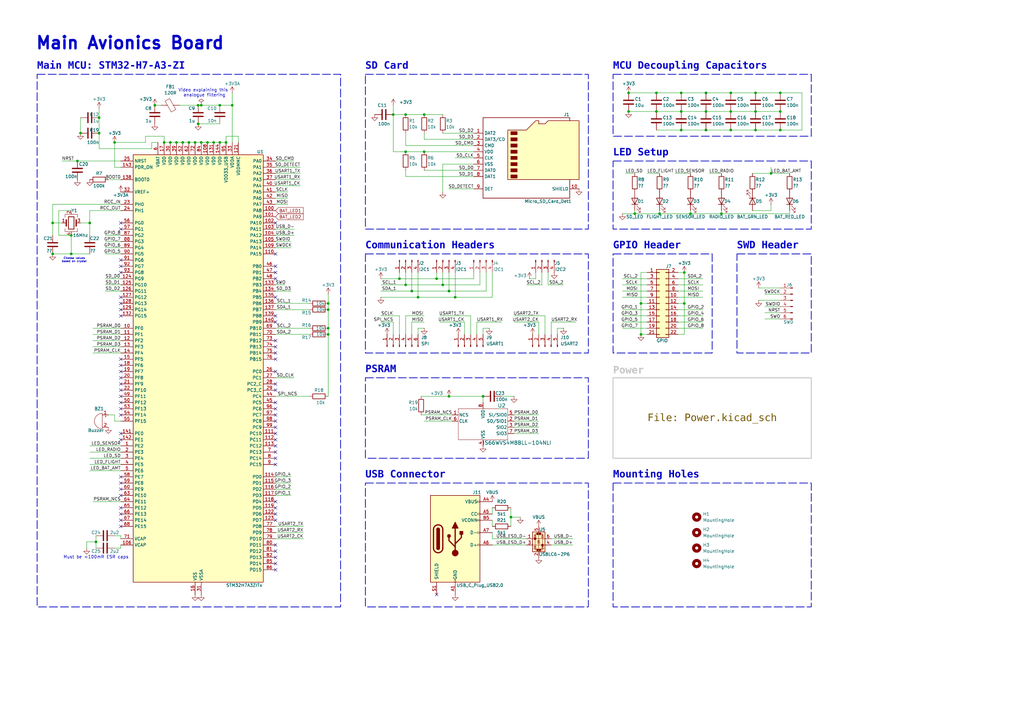
<source format=kicad_sch>
(kicad_sch (version 20231120) (generator "eeschema") (generator_version "8.0")
  (paper "A3")
  (title_block (title "TRT Main Board") (date "2024-07-11") (rev "0.1") (company "Terrapin Rocket Team"))
  (junction (at 184.15 119.38))
  (junction (at 33.02 54.61))
  (junction (at 171.45 121.92))
  (junction (at 74.93 58.42))
  (junction (at 81.28 50.8))
  (junction (at 40.64 54.61))
  (junction (at 82.55 58.42))
  (junction (at 87.63 58.42))
  (junction (at 95.25 43.18))
  (junction (at 295.91 87.63))
  (junction (at 90.17 43.18))
  (junction (at 209.55 212.09))
  (junction (at 269.24 38.1))
  (junction (at 280.67 111.76))
  (junction (at 39.37 222.25))
  (junction (at 134.62 127))
  (junction (at 186.69 121.92))
  (junction (at 166.37 116.84))
  (junction (at 29.21 96.52))
  (junction (at 72.39 58.42))
  (junction (at 257.81 45.72))
  (junction (at 299.72 53.34))
  (junction (at 29.21 104.14))
  (junction (at 309.88 45.72))
  (junction (at 283.21 87.63))
  (junction (at 36.83 91.44))
  (junction (at 309.88 53.34))
  (junction (at 181.61 116.84))
  (junction (at 31.75 66.04))
  (junction (at 166.37 62.23))
  (junction (at 184.15 162.56))
  (junction (at 179.07 114.3))
  (junction (at 320.04 45.72))
  (junction (at 69.85 58.42))
  (junction (at 173.99 46.99))
  (junction (at 161.29 46.99))
  (junction (at 269.24 45.72))
  (junction (at 260.35 87.63))
  (junction (at 299.72 38.1))
  (junction (at 67.31 58.42))
  (junction (at 279.4 53.34))
  (junction (at 309.88 38.1))
  (junction (at 134.62 137.16))
  (junction (at 316.23 71.12))
  (junction (at 270.51 87.63))
  (junction (at 320.04 38.1))
  (junction (at 90.17 58.42))
  (junction (at 257.81 38.1))
  (junction (at 134.62 124.46))
  (junction (at 92.71 58.42))
  (junction (at 163.83 114.3))
  (junction (at 289.56 53.34))
  (junction (at 46.99 58.42))
  (junction (at 168.91 119.38))
  (junction (at 81.28 43.18))
  (junction (at 85.09 58.42))
  (junction (at 166.37 46.99))
  (junction (at 299.72 45.72))
  (junction (at 279.4 45.72))
  (junction (at 21.59 91.44))
  (junction (at 173.99 62.23))
  (junction (at 82.55 43.18))
  (junction (at 289.56 38.1))
  (junction (at 280.67 124.46))
  (junction (at 320.04 53.34))
  (junction (at 21.59 104.14))
  (junction (at 63.5 43.18))
  (junction (at 77.47 58.42))
  (junction (at 262.89 137.16))
  (junction (at 289.56 45.72))
  (junction (at 262.89 124.46))
  (junction (at 198.12 162.56))
  (junction (at 40.64 48.26))
  (junction (at 279.4 38.1))
  (junction (at 80.01 58.42))
  (junction (at 134.62 134.62))
  (no_connect (at 49.53 213.36))
  (no_connect (at 113.03 111.76))
  (no_connect (at 49.53 152.4))
  (no_connect (at 113.03 152.4))
  (no_connect (at 113.03 172.72))
  (no_connect (at 113.03 185.42))
  (no_connect (at 49.53 127))
  (no_connect (at 113.03 104.14))
  (no_connect (at 49.53 210.82))
  (no_connect (at 113.03 223.52))
  (no_connect (at 49.53 154.94))
  (no_connect (at 49.53 162.56))
  (no_connect (at 113.03 233.68))
  (no_connect (at 113.03 226.06))
  (no_connect (at 113.03 142.24))
  (no_connect (at 113.03 129.54))
  (no_connect (at 49.53 170.18))
  (no_connect (at 113.03 144.78))
  (no_connect (at 113.03 210.82))
  (no_connect (at 113.03 165.1))
  (no_connect (at 113.03 208.28))
  (no_connect (at 49.53 167.64))
  (no_connect (at 113.03 213.36))
  (no_connect (at 113.03 177.8))
  (no_connect (at 113.03 160.02))
  (no_connect (at 49.53 157.48))
  (no_connect (at 49.53 195.58))
  (no_connect (at 49.53 149.86))
  (no_connect (at 49.53 93.98))
  (no_connect (at 113.03 175.26))
  (no_connect (at 49.53 208.28))
  (no_connect (at 113.03 228.6))
  (no_connect (at 49.53 177.8))
  (no_connect (at 113.03 180.34))
  (no_connect (at 113.03 114.3))
  (no_connect (at 113.03 187.96))
  (no_connect (at 113.03 109.22))
  (no_connect (at 113.03 182.88))
  (no_connect (at 49.53 121.92))
  (no_connect (at 113.03 147.32))
  (no_connect (at 49.53 200.66))
  (no_connect (at 113.03 139.7))
  (no_connect (at 49.53 147.32))
  (no_connect (at 49.53 129.54))
  (no_connect (at 49.53 106.68))
  (no_connect (at 49.53 160.02))
  (no_connect (at 113.03 157.48))
  (no_connect (at 49.53 165.1))
  (no_connect (at 49.53 124.46))
  (no_connect (at 49.53 198.12))
  (no_connect (at 113.03 132.08))
  (no_connect (at 113.03 231.14))
  (no_connect (at 113.03 205.74))
  (no_connect (at 113.03 167.64))
  (no_connect (at 113.03 170.18))
  (no_connect (at 49.53 203.2))
  (no_connect (at 113.03 190.5))
  (no_connect (at 113.03 121.92))
  (no_connect (at 49.53 91.44))
  (no_connect (at 179.07 243.84))
  (no_connect (at 49.53 215.9))
  (no_connect (at 49.53 180.34))
  (no_connect (at 49.53 109.22))
  (no_connect (at 49.53 111.76))
  (no_connect (at 113.03 91.44))
  (wire (pts (xy 210.82 177.8) (xy 220.98 177.8)))
  (wire (pts (xy 299.72 38.1) (xy 309.88 38.1)))
  (wire (pts (xy 81.28 50.8) (xy 90.17 50.8)))
  (wire (pts (xy 220.98 137.16) (xy 220.98 132.08)))
  (wire (pts (xy 201.93 215.9) (xy 201.93 213.36)))
  (wire (pts (xy 210.82 132.08) (xy 220.98 132.08)))
  (wire (pts (xy 166.37 137.16) (xy 166.37 129.54)))
  (wire (pts (xy 67.31 58.42) (xy 69.85 58.42)))
  (wire (pts (xy 276.86 71.12) (xy 283.21 71.12)))
  (wire (pts (xy 168.91 111.76) (xy 168.91 119.38)))
  (wire (pts (xy 67.31 55.88) (xy 59.69 55.88)))
  (wire (pts (xy 29.21 96.52) (xy 29.21 104.14)))
  (wire (pts (xy 95.25 38.1) (xy 95.25 43.18)))
  (wire (pts (xy 171.45 121.92) (xy 186.69 121.92)))
  (wire (pts (xy 313.69 128.27) (xy 320.04 128.27)))
  (wire (pts (xy 134.62 134.62) (xy 134.62 137.16)))
  (wire (pts (xy 156.21 129.54) (xy 163.83 129.54)))
  (wire (pts (xy 270.51 87.63) (xy 283.21 87.63)))
  (wire (pts (xy 173.99 69.85) (xy 194.31 69.85)))
  (wire (pts (xy 265.43 71.12) (xy 270.51 71.12)))
  (wire (pts (xy 36.83 193.04) (xy 49.53 193.04)))
  (wire (pts (xy 186.69 121.92) (xy 201.93 121.92)))
  (wire (pts (xy 181.61 111.76) (xy 181.61 116.84)))
  (wire (pts (xy 172.72 162.56) (xy 184.15 162.56)))
  (wire (pts (xy 289.56 38.1) (xy 299.72 38.1)))
  (wire (pts (xy 82.55 58.42) (xy 85.09 58.42)))
  (wire (pts (xy 38.1 144.78) (xy 49.53 144.78)))
  (wire (pts (xy 223.52 137.16) (xy 223.52 129.54)))
  (wire (pts (xy 36.83 190.5) (xy 49.53 190.5)))
  (wire (pts (xy 255.27 121.92) (xy 265.43 121.92)))
  (wire (pts (xy 255.27 129.54) (xy 265.43 129.54)))
  (wire (pts (xy 113.03 124.46) (xy 127 124.46)))
  (wire (pts (xy 173.99 46.99) (xy 181.61 46.99)))
  (wire (pts (xy 313.69 125.73) (xy 320.04 125.73)))
  (wire (pts (xy 172.72 170.18) (xy 185.42 170.18)))
  (wire (pts (xy 201.93 208.28) (xy 201.93 210.82)))
  (wire (pts (xy 186.69 111.76) (xy 186.69 121.92)))
  (wire (pts (xy 92.71 55.88) (xy 92.71 58.42)))
  (wire (pts (xy 36.83 187.96) (xy 49.53 187.96)))
  (wire (pts (xy 113.03 195.58) (xy 119.38 195.58)))
  (wire (pts (xy 311.15 123.19) (xy 320.04 123.19)))
  (wire (pts (xy 269.24 38.1) (xy 279.4 38.1)))
  (wire (pts (xy 328.93 38.1) (xy 328.93 53.34)))
  (wire (pts (xy 166.37 46.99) (xy 173.99 46.99)))
  (wire (pts (xy 168.91 132.08) (xy 173.99 132.08)))
  (wire (pts (xy 43.18 96.52) (xy 49.53 96.52)))
  (wire (pts (xy 290.83 71.12) (xy 295.91 71.12)))
  (wire (pts (xy 280.67 111.76) (xy 280.67 124.46)))
  (wire (pts (xy 309.88 38.1) (xy 320.04 38.1)))
  (wire (pts (xy 228.6 134.62) (xy 231.14 134.62)))
  (wire (pts (xy 113.03 78.74) (xy 118.11 78.74)))
  (wire (pts (xy 194.31 111.76) (xy 194.31 114.3)))
  (wire (pts (xy 179.07 114.3) (xy 194.31 114.3)))
  (wire (pts (xy 184.15 119.38) (xy 184.15 111.76)))
  (wire (pts (xy 24.13 86.36) (xy 24.13 96.52)))
  (wire (pts (xy 316.23 71.12) (xy 323.85 71.12)))
  (wire (pts (xy 43.18 104.14) (xy 49.53 104.14)))
  (wire (pts (xy 226.06 223.52) (xy 234.95 223.52)))
  (wire (pts (xy 228.6 137.16) (xy 228.6 134.62)))
  (wire (pts (xy 181.61 78.74) (xy 181.61 67.31)))
  (wire (pts (xy 40.64 48.26) (xy 40.64 54.61)))
  (wire (pts (xy 210.82 129.54) (xy 223.52 129.54)))
  (wire (pts (xy 44.45 73.66) (xy 49.53 73.66)))
  (wire (pts (xy 280.67 124.46) (xy 280.67 137.16)))
  (wire (pts (xy 196.85 111.76) (xy 196.85 116.84)))
  (wire (pts (xy 209.55 212.09) (xy 213.36 212.09)))
  (wire (pts (xy 260.35 71.12) (xy 256.54 71.12)))
  (wire (pts (xy 179.07 111.76) (xy 179.07 114.3)))
  (wire (pts (xy 113.03 73.66) (xy 123.19 73.66)))
  (wire (pts (xy 43.18 114.3) (xy 49.53 114.3)))
  (wire (pts (xy 113.03 127) (xy 127 127)))
  (wire (pts (xy 289.56 45.72) (xy 299.72 45.72)))
  (wire (pts (xy 309.88 45.72) (xy 320.04 45.72)))
  (wire (pts (xy 85.09 58.42) (xy 87.63 58.42)))
  (wire (pts (xy 279.4 38.1) (xy 289.56 38.1)))
  (wire (pts (xy 168.91 137.16) (xy 168.91 132.08)))
  (wire (pts (xy 62.23 58.42) (xy 62.23 60.96)))
  (wire (pts (xy 38.1 142.24) (xy 49.53 142.24)))
  (wire (pts (xy 134.62 127) (xy 134.62 134.62)))
  (wire (pts (xy 184.15 119.38) (xy 199.39 119.38)))
  (wire (pts (xy 180.34 129.54) (xy 193.04 129.54)))
  (wire (pts (xy 87.63 58.42) (xy 90.17 58.42)))
  (wire (pts (xy 80.01 58.42) (xy 82.55 58.42)))
  (wire (pts (xy 184.15 77.47) (xy 194.31 77.47)))
  (wire (pts (xy 168.91 119.38) (xy 184.15 119.38)))
  (wire (pts (xy 166.37 129.54) (xy 173.99 129.54)))
  (wire (pts (xy 113.03 198.12) (xy 119.38 198.12)))
  (wire (pts (xy 113.03 101.6) (xy 119.38 101.6)))
  (wire (pts (xy 36.83 185.42) (xy 49.53 185.42)))
  (wire (pts (xy 265.43 111.76) (xy 262.89 111.76)))
  (wire (pts (xy 166.37 116.84) (xy 181.61 116.84)))
  (wire (pts (xy 21.59 91.44) (xy 21.59 96.52)))
  (wire (pts (xy 33.02 48.26) (xy 33.02 54.61)))
  (wire (pts (xy 156.21 114.3) (xy 163.83 114.3)))
  (wire (pts (xy 260.35 87.63) (xy 260.35 86.36)))
  (wire (pts (xy 171.45 134.62) (xy 171.45 137.16)))
  (wire (pts (xy 113.03 119.38) (xy 119.38 119.38)))
  (wire (pts (xy 113.03 66.04) (xy 120.65 66.04)))
  (wire (pts (xy 123.19 68.58) (xy 113.03 68.58)))
  (wire (pts (xy 210.82 170.18) (xy 220.98 170.18)))
  (wire (pts (xy 81.28 43.18) (xy 82.55 43.18)))
  (wire (pts (xy 171.45 111.76) (xy 171.45 121.92)))
  (wire (pts (xy 269.24 53.34) (xy 279.4 53.34)))
  (wire (pts (xy 21.59 91.44) (xy 25.4 91.44)))
  (wire (pts (xy 219.71 111.76) (xy 219.71 114.3)))
  (wire (pts (xy 199.39 111.76) (xy 199.39 119.38)))
  (wire (pts (xy 320.04 53.34) (xy 328.93 53.34)))
  (wire (pts (xy 255.27 119.38) (xy 265.43 119.38)))
  (wire (pts (xy 43.18 116.84) (xy 49.53 116.84)))
  (wire (pts (xy 184.15 162.56) (xy 198.12 162.56)))
  (wire (pts (xy 278.13 134.62) (xy 288.29 134.62)))
  (wire (pts (xy 113.03 83.82) (xy 118.11 83.82)))
  (wire (pts (xy 270.51 86.36) (xy 270.51 87.63)))
  (wire (pts (xy 46.99 58.42) (xy 59.69 58.42)))
  (wire (pts (xy 113.03 154.94) (xy 120.65 154.94)))
  (wire (pts (xy 278.13 124.46) (xy 280.67 124.46)))
  (wire (pts (xy 255.27 116.84) (xy 265.43 116.84)))
  (wire (pts (xy 255.27 134.62) (xy 265.43 134.62)))
  (wire (pts (xy 62.23 60.96) (xy 40.64 60.96)))
  (wire (pts (xy 90.17 43.18) (xy 95.25 43.18)))
  (wire (pts (xy 173.99 57.15) (xy 194.31 57.15)))
  (wire (pts (xy 278.13 116.84) (xy 288.29 116.84)))
  (wire (pts (xy 166.37 59.69) (xy 166.37 54.61)))
  (wire (pts (xy 222.25 111.76) (xy 222.25 116.84)))
  (wire (pts (xy 77.47 58.42) (xy 80.01 58.42)))
  (wire (pts (xy 38.1 137.16) (xy 49.53 137.16)))
  (wire (pts (xy 210.82 175.26) (xy 220.98 175.26)))
  (wire (pts (xy 113.03 220.98) (xy 124.46 220.98)))
  (wire (pts (xy 113.03 93.98) (xy 120.65 93.98)))
  (wire (pts (xy 36.83 91.44) (xy 36.83 86.36)))
  (wire (pts (xy 181.61 54.61) (xy 194.31 54.61)))
  (wire (pts (xy 113.03 134.62) (xy 127 134.62)))
  (wire (pts (xy 173.99 172.72) (xy 185.42 172.72)))
  (wire (pts (xy 299.72 53.34) (xy 309.88 53.34)))
  (wire (pts (xy 209.55 212.09) (xy 209.55 215.9)))
  (wire (pts (xy 309.88 53.34) (xy 320.04 53.34)))
  (wire (pts (xy 323.85 86.36) (xy 323.85 87.63)))
  (wire (pts (xy 257.81 38.1) (xy 269.24 38.1)))
  (wire (pts (xy 166.37 59.69) (xy 194.31 59.69)))
  (wire (pts (xy 163.83 137.16) (xy 163.83 129.54)))
  (wire (pts (xy 39.37 219.71) (xy 39.37 222.25)))
  (wire (pts (xy 43.18 101.6) (xy 49.53 101.6)))
  (wire (pts (xy 161.29 43.18) (xy 161.29 46.99)))
  (wire (pts (xy 113.03 200.66) (xy 119.38 200.66)))
  (wire (pts (xy 38.1 205.74) (xy 49.53 205.74)))
  (wire (pts (xy 201.93 121.92) (xy 201.93 111.76)))
  (wire (pts (xy 21.59 104.14) (xy 29.21 104.14)))
  (wire (pts (xy 313.69 120.65) (xy 320.04 120.65)))
  (wire (pts (xy 186.69 64.77) (xy 194.31 64.77)))
  (wire (pts (xy 36.83 182.88) (xy 49.53 182.88)))
  (wire (pts (xy 113.03 76.2) (xy 123.19 76.2)))
  (wire (pts (xy 295.91 86.36) (xy 295.91 87.63)))
  (wire (pts (xy 269.24 45.72) (xy 279.4 45.72)))
  (wire (pts (xy 72.39 58.42) (xy 74.93 58.42)))
  (wire (pts (xy 113.03 218.44) (xy 124.46 218.44)))
  (wire (pts (xy 173.99 57.15) (xy 173.99 54.61)))
  (wire (pts (xy 63.5 43.18) (xy 66.04 43.18)))
  (wire (pts (xy 166.37 62.23) (xy 173.99 62.23)))
  (wire (pts (xy 166.37 72.39) (xy 194.31 72.39)))
  (wire (pts (xy 113.03 99.06) (xy 119.38 99.06)))
  (wire (pts (xy 113.03 71.12) (xy 123.19 71.12)))
  (wire (pts (xy 278.13 127) (xy 288.29 127)))
  (wire (pts (xy 201.93 218.44) (xy 201.93 220.98)))
  (wire (pts (xy 209.55 208.28) (xy 209.55 212.09)))
  (wire (pts (xy 116.84 116.84) (xy 113.03 116.84)))
  (wire (pts (xy 113.03 215.9) (xy 124.46 215.9)))
  (wire (pts (xy 193.04 137.16) (xy 193.04 129.54)))
  (wire (pts (xy 82.55 43.18) (xy 90.17 43.18)))
  (wire (pts (xy 262.89 111.76) (xy 262.89 124.46)))
  (wire (pts (xy 31.75 66.04) (xy 49.53 66.04)))
  (wire (pts (xy 278.13 111.76) (xy 280.67 111.76)))
  (wire (pts (xy 201.93 223.52) (xy 215.9 223.52)))
  (wire (pts (xy 67.31 58.42) (xy 67.31 55.88)))
  (wire (pts (xy 156.21 132.08) (xy 161.29 132.08)))
  (wire (pts (xy 69.85 58.42) (xy 72.39 58.42)))
  (wire (pts (xy 255.27 127) (xy 265.43 127)))
  (wire (pts (xy 283.21 87.63) (xy 295.91 87.63)))
  (wire (pts (xy 195.58 137.16) (xy 195.58 132.08)))
  (wire (pts (xy 49.53 68.58) (xy 46.99 68.58)))
  (wire (pts (xy 74.93 58.42) (xy 77.47 58.42)))
  (wire (pts (xy 316.23 86.36) (xy 308.61 86.36)))
  (wire (pts (xy 25.4 66.04) (xy 31.75 66.04)))
  (wire (pts (xy 33.02 91.44) (xy 36.83 91.44)))
  (wire (pts (xy 46.99 58.42) (xy 46.99 68.58)))
  (wire (pts (xy 166.37 69.85) (xy 166.37 72.39)))
  (wire (pts (xy 289.56 53.34) (xy 299.72 53.34)))
  (wire (pts (xy 262.89 124.46) (xy 262.89 137.16)))
  (wire (pts (xy 166.37 46.99) (xy 161.29 46.99)))
  (wire (pts (xy 97.79 55.88) (xy 92.71 55.88)))
  (wire (pts (xy 40.64 60.96) (xy 40.64 54.61)))
  (wire (pts (xy 39.37 222.25) (xy 35.56 222.25)))
  (wire (pts (xy 270.51 87.63) (xy 260.35 87.63)))
  (wire (pts (xy 226.06 132.08) (xy 236.22 132.08)))
  (wire (pts (xy 161.29 46.99) (xy 161.29 62.23)))
  (wire (pts (xy 161.29 62.23) (xy 166.37 62.23)))
  (wire (pts (xy 134.62 124.46) (xy 134.62 127)))
  (wire (pts (xy 49.53 223.52) (xy 49.53 224.79)))
  (wire (pts (xy 255.27 132.08) (xy 265.43 132.08)))
  (wire (pts (xy 279.4 45.72) (xy 289.56 45.72)))
  (wire (pts (xy 113.03 162.56) (xy 127 162.56)))
  (wire (pts (xy 279.4 53.34) (xy 289.56 53.34)))
  (wire (pts (xy 215.9 116.84) (xy 222.25 116.84)))
  (wire (pts (xy 190.5 137.16) (xy 190.5 132.08)))
  (wire (pts (xy 198.12 137.16) (xy 198.12 134.62)))
  (wire (pts (xy 262.89 124.46) (xy 265.43 124.46)))
  (wire (pts (xy 198.12 134.62) (xy 200.66 134.62)))
  (wire (pts (xy 46.99 170.18) (xy 46.99 172.72)))
  (wire (pts (xy 24.13 96.52) (xy 29.21 96.52)))
  (wire (pts (xy 36.83 96.52) (xy 36.83 91.44)))
  (wire (pts (xy 39.37 222.25) (xy 39.37 224.79)))
  (wire (pts (xy 283.21 86.36) (xy 283.21 87.63)))
  (wire (pts (xy 163.83 114.3) (xy 179.07 114.3)))
  (wire (pts (xy 73.66 43.18) (xy 81.28 43.18)))
  (wire (pts (xy 29.21 86.36) (xy 24.13 86.36)))
  (wire (pts (xy 161.29 137.16) (xy 161.29 132.08)))
  (wire (pts (xy 181.61 116.84) (xy 196.85 116.84)))
  (wire (pts (xy 166.37 111.76) (xy 166.37 116.84)))
  (wire (pts (xy 255.27 87.63) (xy 260.35 87.63)))
  (wire (pts (xy 210.82 172.72) (xy 220.98 172.72)))
  (wire (pts (xy 36.83 86.36) (xy 49.53 86.36)))
  (wire (pts (xy 198.12 162.56) (xy 198.12 165.1)))
  (wire (pts (xy 21.59 83.82) (xy 49.53 83.82)))
  (wire (pts (xy 316.23 83.82) (xy 316.23 86.36)))
  (wire (pts (xy 205.74 162.56) (xy 210.82 162.56)))
  (wire (pts (xy 134.62 120.65) (xy 134.62 124.46)))
  (wire (pts (xy 97.79 58.42) (xy 97.79 55.88)))
  (wire (pts (xy 46.99 219.71) (xy 49.53 219.71)))
  (wire (pts (xy 113.03 137.16) (xy 127 137.16)))
  (wire (pts (xy 59.69 55.88) (xy 59.69 58.42)))
  (wire (pts (xy 21.59 83.82) (xy 21.59 91.44)))
  (wire (pts (xy 43.18 119.38) (xy 49.53 119.38)))
  (wire (pts (xy 226.06 137.16) (xy 226.06 132.08)))
  (wire (pts (xy 295.91 87.63) (xy 323.85 87.63)))
  (wire (pts (xy 46.99 224.79) (xy 49.53 224.79)))
  (wire (pts (xy 278.13 114.3) (xy 288.29 114.3)))
  (wire (pts (xy 195.58 132.08) (xy 205.74 132.08)))
  (wire (pts (xy 29.21 104.14) (xy 36.83 104.14)))
  (wire (pts (xy 226.06 220.98) (xy 234.95 220.98)))
  (wire (pts (xy 255.27 114.3) (xy 265.43 114.3)))
  (wire (pts (xy 320.04 38.1) (xy 328.93 38.1)))
  (wire (pts (xy 40.64 44.45) (xy 40.64 48.26)))
  (wire (pts (xy 173.99 62.23) (xy 194.31 62.23)))
  (wire (pts (xy 180.34 132.08) (xy 190.5 132.08)))
  (wire (pts (xy 43.18 99.06) (xy 49.53 99.06)))
  (wire (pts (xy 278.13 121.92) (xy 288.29 121.92)))
  (wire (pts (xy 262.89 137.16) (xy 265.43 137.16)))
  (wire (pts (xy 181.61 67.31) (xy 194.31 67.31)))
  (wire (pts (xy 278.13 119.38) (xy 288.29 119.38)))
  (wire (pts (xy 299.72 45.72) (xy 309.88 45.72)))
  (wire (pts (xy 217.17 114.3) (xy 219.71 114.3)))
  (wire (pts (xy 163.83 111.76) (xy 163.83 114.3)))
  (wire (pts (xy 257.81 45.72) (xy 269.24 45.72)))
  (wire (pts (xy 44.45 170.18) (xy 46.99 170.18)))
  (wire (pts (xy 49.53 219.71) (xy 49.53 220.98)))
  (wire (pts (xy 278.13 137.16) (xy 280.67 137.16)))
  (wire (pts (xy 46.99 172.72) (xy 49.53 172.72)))
  (wire (pts (xy 38.1 134.62) (xy 49.53 134.62)))
  (wire (pts (xy 224.79 116.84) (xy 231.14 116.84)))
  (wire (pts (xy 90.17 58.42) (xy 92.71 58.42)))
  (wire (pts (xy 95.25 43.18) (xy 95.25 58.42)))
  (wire (pts (xy 311.15 118.11) (xy 320.04 118.11)))
  (wire (pts (xy 316.23 68.58) (xy 316.23 71.12)))
  (wire (pts (xy 278.13 129.54) (xy 288.29 129.54)))
  (wire (pts (xy 134.62 137.16) (xy 134.62 162.56)))
  (wire (pts (xy 313.69 130.81) (xy 320.04 130.81)))
  (wire (pts (xy 278.13 132.08) (xy 288.29 132.08)))
  (wire (pts (xy 308.61 71.12) (xy 316.23 71.12)))
  (wire (pts (xy 35.56 222.25) (xy 35.56 224.79)))
  (wire (pts (xy 224.79 111.76) (xy 224.79 116.84)))
  (wire (pts (xy 119.38 203.2) (xy 113.03 203.2)))
  (wire (pts (xy 113.03 81.28) (xy 118.11 81.28)))
  (wire (pts (xy 156.21 121.92) (xy 171.45 121.92)))
  (wire (pts (xy 201.93 220.98) (xy 215.9 220.98)))
  (wire (pts (xy 173.99 134.62) (xy 171.45 134.62)))
  (wire (pts (xy 113.03 96.52) (xy 120.65 96.52)))
  (wire (pts (xy 38.1 139.7) (xy 49.53 139.7)))
  (wire (pts (xy 156.21 116.84) (xy 166.37 116.84)))
  (wire (pts (xy 156.21 119.38) (xy 168.91 119.38)))
  (wire (pts (xy 64.77 58.42) (xy 62.23 58.42)))
  (rectangle (start 302.26 104.14) (end 332.74 144.78) (stroke (width 0.3) (type dash)))
  (rectangle (start 15.24 30.48) (end 139.7 248.92) (stroke (width 0.3) (type dash)))
  (rectangle (start 251.46 66.04) (end 332.74 93.98) (stroke (width 0.3) (type dash)))
  (rectangle (start 251.46 104.14) (end 292.1 144.78) (stroke (width 0.3) (type dash)))
  (rectangle (start 149.86 198.12) (end 241.3 248.92) (stroke (width 0.3) (type dash)))
  (rectangle (start 251.46 198.12) (end 332.74 248.92) (stroke (width 0.3) (type dash)))
  (rectangle (start 149.86 154.94) (end 241.3 187.96) (stroke (width 0.3) (type dash)))
  (rectangle (start 149.86 104.14) (end 241.3 144.78) (stroke (width 0.3) (type dash)))
  (rectangle (start 251.46 30.48) (end 332.74 55.88) (stroke (width 0.3) (type dash)))
  (rectangle (start 149.86 30.48) (end 241.3 93.98) (stroke (width 0.3) (type dash)))
  (text "Must be <100mR ESR caps" (at 39.37 228.6 0) (effects (font (size 1.27 1.27))))
  (text "Main Avionics Board" (at 53.34 17.78 0) (effects (font (size 5 5) (thickness 1) (bold yes))))
  (text "SD Card" (at 149.86 27.94 0) (effects (font (size 3 3) (thickness 1) (bold yes)) (justify left)))
  (text "Choose values\nbased on crystal" (at 30.48 106.68 0) (effects (font (size 0.8 0.8))))
  (text "USB Connector" (at 149.86 195.58 0) (effects (font (size 3 3) (thickness 1) (bold yes)) (justify left)))
  (text "Mounting Holes" (at 251.46 195.58 0) (effects (font (size 3 3) (thickness 1) (bold yes)) (justify left)))
  (text "GPIO Header" (at 251.46 101.6 0) (effects (font (size 3 3) (thickness 1) (bold yes)) (justify left)))
  (text "LED Setup" (at 251.46 63.5 0) (effects (font (size 3 3) (thickness 1) (bold yes)) (justify left)))
  (text "Communication Headers" (at 149.86 101.6 0) (effects (font (size 3 3) (thickness 1) (bold yes)) (justify left)))
  (text "PSRAM" (at 149.86 152.4 0) (effects (font (size 3 3) (thickness 1) (bold yes)) (justify left)))
  (text "Main MCU: STM32-H7-A3-ZI" (at 15.24 27.94 0) (effects (font (size 3 3) (thickness 1) (bold yes)) (justify left)))
  (text "MCU Decoupling Capacitors" (at 251.46 27.94 0) (effects (font (size 3 3) (thickness 1) (bold yes)) (justify left)))
  (text "SWD Header" (at 302.26 101.6 0) (effects (font (size 3 3) (thickness 1) (bold yes)) (justify left)))
  (text "Video explaining this \nanalogue filtering" (at 83.82 38.1 0) (effects (font (size 1.27 1.27))))
  (label "SDA_2" (at 281.94 114.3 0))
  (label "USART1_TX" (at 123.19 71.12 180))
  (label "MOSI" (at 281.94 119.38 0))
  (label "SDA_2" (at 119.38 137.16 180))
  (label "USART1_RX" (at 123.19 73.66 180))
  (label "LED_RADIO" (at 49.53 185.42 180))
  (label "PSRAM_D0" (at 49.53 134.62 180))
  (label "PSRAM_D0" (at 210.82 170.18 0))
  (label "MOSI" (at 168.91 129.54 0))
  (label "USART1_TX" (at 190.5 129.54 180))
  (label "SCLK" (at 281.94 116.84 0))
  (label "NRST" (at 25.4 66.04 0))
  (label "LED_SENSOR" (at 49.53 182.88 180))
  (label "SD_D0" (at 194.31 69.85 180))
  (label "USB_ESD_D+" (at 215.9 223.52 180))
  (label "GPIO_4" (at 281.94 129.54 0))
  (label "SD_DETECT" (at 194.31 77.47 180))
  (label "MISO" (at 118.11 81.28 180))
  (label "SCLK" (at 118.11 78.74 180))
  (label "SD_D2" (at 43.18 119.38 0))
  (label "SD_CMD" (at 194.31 59.69 180))
  (label "MOSI" (at 261.62 119.38 180))
  (label "PSRAM_D1" (at 210.82 172.72 0))
  (label "PSRAM_D1" (at 49.53 137.16 180))
  (label "SDA_2" (at 231.14 116.84 180))
  (label "MISO" (at 261.62 121.92 180))
  (label "LED_SENSOR" (at 276.86 71.12 0))
  (label "SCL_1" (at 162.56 116.84 180))
  (label "SD_CLK" (at 120.65 154.94 180))
  (label "GPIO_8" (at 281.94 134.62 0))
  (label "SWO" (at 320.04 130.81 180))
  (label "PSRAM_NCS" (at 49.53 205.74 180))
  (label "SD_D1" (at 43.18 116.84 0))
  (label "NRST" (at 320.04 128.27 180))
  (label "SWDIO" (at 113.03 99.06 0))
  (label "GPIO_5" (at 49.53 104.14 180))
  (label "GPIO_2" (at 281.94 127 0))
  (label "MOSI" (at 118.11 83.82 180))
  (label "PSRAM_D2" (at 210.82 175.26 0))
  (label "USB_D+" (at 113.03 96.52 0))
  (label "SPI_NCS" (at 161.29 132.08 180))
  (label "SD_D1" (at 194.31 72.39 180))
  (label "GPIO_3" (at 119.38 198.12 180))
  (label "USART2_RX" (at 226.06 132.08 0))
  (label "GPIO_2" (at 119.38 200.66 180))
  (label "LED_SD" (at 49.53 187.96 180))
  (label "GPIO_1" (at 261.62 127 180))
  (label "LED_BAT_AMT" (at 49.53 193.04 180))
  (label "SWO" (at 113.03 116.84 0))
  (label "SCLK" (at 261.62 116.84 180))
  (label "SD_D0" (at 43.18 114.3 0))
  (label "SWDIO" (at 320.04 125.73 180))
  (label "SPI_NCS" (at 121.92 162.56 180))
  (label "SCL_2" (at 119.38 134.62 180))
  (label "USART1_CK" (at 123.19 76.2 180))
  (label "SD_D2" (at 194.31 54.61 180))
  (label "PSRAM_D2" (at 49.53 139.7 180))
  (label "PSRAM_CLK" (at 49.53 144.78 180))
  (label "USART2_TX" (at 124.46 215.9 180))
  (label "PSRAM_D3" (at 210.82 177.8 0))
  (label "LED_FLIGHT" (at 265.43 71.12 0))
  (label "GPIO_6" (at 281.94 132.08 0))
  (label "RCC_OUT" (at 49.53 86.36 180))
  (label "GPIO_4" (at 119.38 195.58 180))
  (label "GPIO_3" (at 261.62 129.54 180))
  (label "SD_CLK" (at 194.31 64.77 180))
  (label "GPIO_7" (at 261.62 134.62 180))
  (label "LED_SD" (at 256.54 71.12 0))
  (label "SCLK" (at 161.29 129.54 180))
  (label "PSRAM_CLK" (at 185.42 172.72 180))
  (label "MISO" (at 168.91 132.08 0))
  (label "USART2_CK" (at 124.46 220.98 180))
  (label "SWDCK" (at 113.03 101.6 0))
  (label "MISO" (at 281.94 121.92 0))
  (label "PSRAM_NCS" (at 185.42 170.18 180))
  (label "SD_D3" (at 119.38 119.38 180))
  (label "USART1_RX" (at 195.58 132.08 0))
  (label "GPIO_6" (at 49.53 101.6 180))
  (label "USART1_CK" (at 190.5 132.08 180))
  (label "USB_D-" (at 234.95 220.98 180))
  (label "USB_D+" (at 234.95 223.52 180))
  (label "LED_RADIO" (at 290.83 71.12 0))
  (label "USART2_TX" (at 220.98 129.54 180))
  (label "SCL_1" (at 119.38 124.46 180))
  (label "LED_FLIGHT" (at 49.53 190.5 180))
  (label "SD_D3" (at 194.31 57.15 180))
  (label "USART2_RX" (at 124.46 218.44 180))
  (label "USART2_CK" (at 220.98 132.08 180))
  (label "SDA_1" (at 162.56 119.38 180))
  (label "SD_CMD" (at 120.65 66.04 180))
  (label "GPIO_1" (at 119.38 203.2 180))
  (label "SCL_2" (at 261.62 114.3 180))
  (label "GPIO_5" (at 261.62 132.08 180))
  (label "BOOT0" (at 49.53 73.66 180))
  (label "USB_ESD_D-" (at 215.9 220.98 180))
  (label "LED_BAT_AMT" (at 316.23 71.12 0))
  (label "USB_D-" (at 113.03 93.98 0))
  (label "RCC_IN" (at 49.53 83.82 180))
  (label "PSRAM_D3" (at 49.53 142.24 180))
  (label "SWDCK" (at 320.04 120.65 180))
  (label "GPIO_7" (at 49.53 99.06 180))
  (label "GPIO_8" (at 49.53 96.52 180))
  (label "SDA_1" (at 119.38 127 180))
  (label "SD_DETECT" (at 123.19 68.58 180))
  (label "SCL_2" (at 215.9 116.84 0))
  (global_label "BAT_LED1" (shape input) (at 113.03 86.36 0) (property "Intersheetrefs" "${INTERSHEET_REFS}" (effects (hide yes))))
  (global_label "BAT_LED2" (shape input) (at 113.03 88.9 0) (property "Intersheetrefs" "${INTERSHEET_REFS}" (effects (hide yes))))
  (symbol (lib_id "power:GND") (at 186.69 243.84 0) (unit 1)
    (property "Reference" "#PWR044" (effects (hide yes)))
    (property "Value" "GND" (effects (hide yes)))
    (property "Description" "Power symbol creates a global label with name \"GND\" , ground" (effects (hide yes)))
  )
  (symbol (lib_id "power:+3.3VA") (at 95.25 38.1 0) (mirror y) (unit 1)
    (property "Reference" "#PWR01" (effects (hide yes)))
    (property "Value" "+3V3A" (at 95.25 34.29 0))
    (property "Description" "Power symbol creates a global label with name \"+3.3VA\"" (effects (hide yes)))
  )
  (symbol (lib_id "Device:C") (at 279.4 41.91 0) (unit 1)
    (property "Reference" "C3" (at 281.94 40.64 0) (effects (justify left)))
    (property "Value" "100n" (at 281.94 43.18 0) (effects (justify left)))
    (property "Footprint" "Capacitor_SMD:C_0805_2012Metric" (effects (hide yes)))
    (property "Description" "Unpolarized capacitor" (effects (hide yes)))
  )
  (symbol (lib_id "Device:C") (at 257.81 41.91 0) (unit 1)
    (property "Reference" "C1" (at 260.35 40.64 0) (effects (justify left)))
    (property "Value" "10u" (at 260.35 43.18 0) (effects (justify left)))
    (property "Footprint" "Capacitor_SMD:C_0805_2012Metric" (effects (hide yes)))
    (property "Description" "Unpolarized capacitor" (effects (hide yes)))
  )
  (symbol (lib_id "Device:C") (at 269.24 41.91 0) (unit 1)
    (property "Reference" "C2" (at 271.78 40.64 0) (effects (justify left)))
    (property "Value" "100n" (at 271.78 43.18 0) (effects (justify left)))
    (property "Footprint" "Capacitor_SMD:C_0805_2012Metric" (effects (hide yes)))
    (property "Description" "Unpolarized capacitor" (effects (hide yes)))
  )
  (symbol (lib_id "power:GND") (at 257.81 45.72 0) (unit 1)
    (property "Reference" "#PWR06" (effects (hide yes)))
    (property "Value" "GND" (effects (hide yes)))
    (property "Description" "Power symbol creates a global label with name \"GND\" , ground" (effects (hide yes)))
  )
  (symbol (lib_id "power:+3.3V") (at 156.21 114.3 0) (unit 1)
    (property "Reference" "#PWR022" (effects (hide yes)))
    (property "Value" "+3V3" (at 156.21 110.49 0))
    (property "Description" "Power symbol creates a global label with name \"+3.3V\"" (effects (hide yes)))
  )
  (symbol (lib_id "Device:R") (at 295.91 74.93 0) (unit 1)
    (property "Reference" "R11" (at 297.18 73.66 0) (effects (justify left)))
    (property "Value" "??" (at 297.18 76.2 0) (effects (justify left)))
    (property "Footprint" "Resistor_SMD:R_0805_2012Metric" (effects (hide yes)))
    (property "Description" "Resistor" (effects (hide yes)))
  )
  (symbol (lib_id "power:GND") (at 200.66 134.62 0) (mirror y) (unit 1)
    (property "Reference" "#PWR029" (effects (hide yes)))
    (property "Value" "GND" (effects (hide yes)))
    (property "Description" "Power symbol creates a global label with name \"GND\" , ground" (effects (hide yes)))
  )
  (symbol (lib_id "power:GND") (at 153.67 46.99 0) (unit 1)
    (property "Reference" "#PWR07" (effects (hide yes)))
    (property "Value" "GND" (effects (hide yes)))
    (property "Description" "Power symbol creates a global label with name \"GND\" , ground" (effects (hide yes)))
  )
  (symbol (lib_id "power:GND") (at 173.99 134.62 0) (mirror y) (unit 1)
    (property "Reference" "#PWR028" (effects (hide yes)))
    (property "Value" "GND" (effects (hide yes)))
    (property "Description" "Power symbol creates a global label with name \"GND\" , ground" (effects (hide yes)))
  )
  (symbol (lib_id "power:+3.3VA") (at 161.29 43.18 0) (mirror y) (unit 1)
    (property "Reference" "#PWR04" (effects (hide yes)))
    (property "Value" "+3V3" (at 166.37 41.91 0))
    (property "Description" "Power symbol creates a global label with name \"+3.3VA\"" (effects (hide yes)))
  )
  (symbol (lib_id "Mechanical:MountingHole") (at 285.75 212.09 0) (unit 1) (exclude_from_sim yes) (in_bom no)
    (property "Reference" "H1" (at 288.29 210.8199 0) (effects (justify left)))
    (property "Value" "MountingHole" (at 288.29 213.3599 0) (effects (justify left)))
    (property "Footprint" "MountingHole:MountingHole_2.2mm_M2" (effects (hide yes)))
    (property "Description" "Mounting Hole without connection" (effects (hide yes)))
  )
  (symbol (lib_id "Device:LED") (at 283.21 82.55 90) (unit 1)
    (property "Reference" "D3" (at 287.02 82.55 90) (effects (justify left)))
    (property "Value" "SENSOR_LED" (at 283.21 88.9 90))
    (property "Footprint" "LED_SMD:LED_0805_2012Metric" (effects (hide yes)))
    (property "Description" "Light emitting diode" (effects (hide yes)))
  )
  (symbol (lib_id "power:VBUS") (at 201.93 205.74 0) (unit 1)
    (property "Reference" "#PWR039" (effects (hide yes)))
    (property "Value" "VBUS" (at 201.93 201.93 0))
    (property "Description" "Power symbol creates a global label with name \"VBUS\"" (effects (hide yes)))
  )
  (symbol (lib_id "Device:C") (at 90.17 46.99 0) (mirror y) (unit 1)
    (property "Reference" "C10" (at 88.9 44.45 0) (effects (justify left)))
    (property "Value" "10n" (at 88.9 49.53 0) (effects (justify left)))
    (property "Footprint" "Capacitor_SMD:C_0805_2012Metric" (effects (hide yes)))
    (property "Description" "Unpolarized capacitor" (effects (hide yes)))
  )
  (symbol (lib_id "Device:C") (at 43.18 224.79 90) (unit 1)
    (property "Reference" "C25" (at 39.37 226.06 90))
    (property "Value" "2u2" (at 46.99 226.06 90))
    (property "Footprint" "Capacitor_SMD:C_0805_2012Metric" (effects (hide yes)))
    (property "Description" "Unpolarized capacitor" (effects (hide yes)))
  )
  (symbol (lib_id "Device:Crystal_GND24") (at 29.21 91.44 0) (unit 1)
    (property "Reference" "Y1" (at 30.48 86.36 0))
    (property "Value" "16Mhz" (at 33.02 96.52 0))
    (property "Footprint" "Crystal:Crystal_SMD_Abracon_ABM10-4Pin_2.5x2.0mm" (effects (hide yes)))
    (property "Datasheet" "https://www.mouser.com/datasheet/2/3/ABM10AIG-1774860.pdf" (effects (hide yes)))
    (property "Description" "Four pin crystal, GND on pins 2 and 4" (effects (hide yes)))
  )
  (symbol (lib_id "power:+3.3VA") (at 49.53 78.74 0) (mirror y) (unit 1)
    (property "Reference" "#PWR015" (effects (hide yes)))
    (property "Value" "+3V3A" (at 49.53 80.01 0))
    (property "Description" "Power symbol creates a global label with name \"+3.3VA\"" (effects (hide yes)))
  )
  (symbol (lib_id "Device:R") (at 130.81 137.16 270) (mirror x) (unit 1)
    (property "Reference" "R17" (at 125.73 138.43 90))
    (property "Value" "10k" (at 133.35 137.16 90) (effects (justify right)))
    (property "Footprint" "Resistor_SMD:R_0805_2012Metric" (effects (hide yes)))
    (property "Description" "Resistor" (effects (hide yes)))
  )
  (symbol (lib_id "power:GND") (at 213.36 212.09 0) (unit 1)
    (property "Reference" "#PWR040" (effects (hide yes)))
    (property "Value" "GND" (effects (hide yes)))
    (property "Description" "Power symbol creates a global label with name \"GND\" , ground" (effects (hide yes)))
  )
  (symbol (lib_id "Device:C") (at 43.18 219.71 90) (unit 1)
    (property "Reference" "C24" (at 39.37 218.44 90))
    (property "Value" "2u2" (at 46.99 218.44 90))
    (property "Footprint" "Capacitor_SMD:C_0805_2012Metric" (effects (hide yes)))
    (property "Description" "Unpolarized capacitor" (effects (hide yes)))
  )
  (symbol (lib_id "Device:C") (at 31.75 69.85 180) (unit 1)
    (property "Reference" "C20" (at 34.29 67.31 0))
    (property "Value" "100n" (at 29.21 72.39 0))
    (property "Footprint" "Capacitor_SMD:C_0805_2012Metric" (effects (hide yes)))
    (property "Description" "Unpolarized capacitor" (effects (hide yes)))
  )
  (symbol (lib_id "Power_Protection:USBLC6-2P6") (at 220.98 220.98 0) (unit 1)
    (property "Reference" "U5" (at 220.98 217.17 0) (effects (justify left)))
    (property "Value" "USBLC6-2P6" (at 220.98 227.33 0) (effects (justify left)))
    (property "Footprint" "Package_TO_SOT_SMD:SOT-666" (effects (hide yes)))
    (property "Datasheet" "https://www.st.com/resource/en/datasheet/usblc6-2.pdf" (effects (hide yes)))
    (property "Description" "Very low capacitance ESD protection diode, 2 data-line, SOT-666" (effects (hide yes)))
  )
  (symbol (lib_id "Mechanical:MountingHole") (at 285.75 224.79 0) (unit 1) (exclude_from_sim yes) (in_bom no)
    (property "Reference" "H3" (at 288.29 223.5199 0) (effects (justify left)))
    (property "Value" "MountingHole" (at 288.29 226.0599 0) (effects (justify left)))
    (property "Footprint" "MountingHole:MountingHole_2.2mm_M2" (effects (hide yes)))
    (property "Description" "Mounting Hole without connection" (effects (hide yes)))
  )
  (symbol (lib_id "Device:C") (at 299.72 49.53 0) (unit 1)
    (property "Reference" "C16" (at 302.26 48.26 0) (effects (justify left)))
    (property "Value" "100n" (at 302.26 50.8 0) (effects (justify left)))
    (property "Footprint" "Capacitor_SMD:C_0805_2012Metric" (effects (hide yes)))
    (property "Description" "Unpolarized capacitor" (effects (hide yes)))
  )
  (symbol (lib_id "Device:Buzzer") (at 41.91 172.72 0) (mirror y) (unit 1)
    (property "Reference" "BZ1" (at 40.64 167.64 0))
    (property "Value" "Buzzer" (at 39.37 176.53 0))
    (property "Footprint" "Buzzer_Beeper:Buzzer_12x9.5RM7.6" (effects (hide yes)))
    (property "Description" "Buzzer, polarized" (effects (hide yes)))
  )
  (symbol (lib_id "power:GND") (at 81.28 50.8 0) (mirror y) (unit 1)
    (property "Reference" "#PWR09" (effects (hide yes)))
    (property "Value" "GND" (effects (hide yes)))
    (property "Description" "Power symbol creates a global label with name \"GND\" , ground" (effects (hide yes)))
  )
  (symbol (lib_id "power:GND") (at 262.89 137.16 0) (mirror y) (unit 1)
    (property "Reference" "#PWR034" (effects (hide yes)))
    (property "Value" "GND" (effects (hide yes)))
    (property "Description" "Power symbol creates a global label with name \"GND\" , ground" (effects (hide yes)))
  )
  (symbol (lib_id "power:GND") (at 311.15 123.19 0) (mirror y) (unit 1)
    (property "Reference" "#PWR027" (effects (hide yes)))
    (property "Value" "GND" (effects (hide yes)))
    (property "Description" "Power symbol creates a global label with name \"GND\" , ground" (effects (hide yes)))
  )
  (symbol (lib_id "Connector:Conn_01x05_Pin") (at 223.52 142.24 90) (unit 1)
    (property "Reference" "J10" (at 229.87 138.43 90) (effects (justify right)))
    (property "Value" "USART2" (at 229.87 140.97 90) (effects (justify right)))
    (property "Footprint" "Connector_PinHeader_2.54mm:PinHeader_1x05_P2.54mm_Vertical" (effects (hide yes)))
    (property "Description" "Generic connector, single row, 01x05, script generated" (effects (hide yes)))
  )
  (symbol (lib_id "Device:R") (at 283.21 74.93 0) (unit 1)
    (property "Reference" "R10" (at 284.48 73.66 0) (effects (justify left)))
    (property "Value" "??" (at 284.48 76.2 0) (effects (justify left)))
    (property "Footprint" "Resistor_SMD:R_0805_2012Metric" (effects (hide yes)))
    (property "Description" "Resistor" (effects (hide yes)))
  )
  (symbol (lib_id "power:GND") (at 33.02 54.61 0) (mirror y) (unit 1)
    (property "Reference" "#PWR010" (effects (hide yes)))
    (property "Value" "GND" (effects (hide yes)))
    (property "Description" "Power symbol creates a global label with name \"GND\" , ground" (effects (hide yes)))
  )
  (symbol (lib_id "power:GND") (at 63.5 50.8 0) (mirror y) (unit 1)
    (property "Reference" "#PWR08" (effects (hide yes)))
    (property "Value" "GND" (effects (hide yes)))
    (property "Description" "Power symbol creates a global label with name \"GND\" , ground" (effects (hide yes)))
  )
  (symbol (lib_id "Connector:Conn_01x06_Pin") (at 325.12 123.19 0) (mirror y) (unit 1)
    (property "Reference" "J6" (at 322.58 116.84 0) (effects (justify right)))
    (property "Value" "SWD" (at 321.31 132.08 0) (effects (justify right)))
    (property "Footprint" "Connector_PinHeader_2.54mm:PinHeader_2x03_P2.54mm_Vertical" (effects (hide yes)))
    (property "Description" "Generic connector, single row, 01x06, script generated" (effects (hide yes)))
  )
  (symbol (lib_id "Device:LED") (at 308.61 82.55 270) (unit 1)
    (property "Reference" "D5" (at 309.88 82.55 90) (effects (justify left)))
    (property "Value" "BAT_GRN_LED" (at 308.61 88.9 90))
    (property "Footprint" "LED_SMD:LED_0805_2012Metric" (effects (hide yes)))
    (property "Description" "Light emitting diode" (effects (hide yes)))
  )
  (symbol (lib_id "power:GND") (at 82.55 243.84 0) (unit 1)
    (property "Reference" "#PWR043" (effects (hide yes)))
    (property "Value" "GND" (effects (hide yes)))
    (property "Description" "Power symbol creates a global label with name \"GND\" , ground" (effects (hide yes)))
  )
  (symbol (lib_id "power:PWR_FLAG") (at 82.55 43.18 0) (mirror y) (unit 1)
    (property "Reference" "#FLG01" (effects (hide yes)))
    (property "Value" "PWR_FLAG" (effects (hide yes)))
    (property "Description" "Special symbol for telling ERC where power comes from" (effects (hide yes)))
  )
  (symbol (lib_id "power:+3.3V") (at 63.5 43.18 0) (mirror y) (unit 1)
    (property "Reference" "#PWR03" (effects (hide yes)))
    (property "Value" "+3V3" (at 59.69 40.64 0))
    (property "Description" "Power symbol creates a global label with name \"+3.3V\"" (effects (hide yes)))
  )
  (symbol (lib_id "Device:C") (at 320.04 41.91 0) (unit 1)
    (property "Reference" "C7" (at 322.58 40.64 0) (effects (justify left)))
    (property "Value" "100n" (at 322.58 43.18 0) (effects (justify left)))
    (property "Footprint" "Capacitor_SMD:C_0805_2012Metric" (effects (hide yes)))
    (property "Description" "Unpolarized capacitor" (effects (hide yes)))
  )
  (symbol (lib_id "Connector:Conn_01x04_Pin") (at 196.85 106.68 90) (mirror x) (unit 1)
    (property "Reference" "J4" (at 203.2 107.95 90))
    (property "Value" "I2C1" (at 204.47 110.49 90))
    (property "Footprint" "Connector_PinHeader_2.54mm:PinHeader_1x04_P2.54mm_Vertical" (effects (hide yes)))
    (property "Description" "Generic connector, single row, 01x04, script generated" (effects (hide yes)))
  )
  (symbol (lib_id "Connector:Conn_01x05_Pin") (at 193.04 142.24 90) (unit 1)
    (property "Reference" "J9" (at 199.39 138.43 90) (effects (justify right)))
    (property "Value" "USART1" (at 199.39 140.97 90) (effects (justify right)))
    (property "Footprint" "Connector_PinHeader_2.54mm:PinHeader_1x05_P2.54mm_Vertical" (effects (hide yes)))
    (property "Description" "Generic connector, single row, 01x05, script generated" (effects (hide yes)))
  )
  (symbol (lib_id "Device:C") (at 201.93 162.56 90) (mirror x) (unit 1)
    (property "Reference" "C23" (at 207.01 161.29 90) (effects (justify left)))
    (property "Value" "100n" (at 208.28 163.83 90) (effects (justify left)))
    (property "Footprint" "Capacitor_SMD:C_0805_2012Metric" (effects (hide yes)))
    (property "Description" "Unpolarized capacitor" (effects (hide yes)))
  )
  (symbol (lib_id "Device:R") (at 130.81 134.62 90) (mirror x) (unit 1)
    (property "Reference" "R16" (at 125.73 133.35 90))
    (property "Value" "10k" (at 129.54 134.62 90) (effects (justify right)))
    (property "Footprint" "Resistor_SMD:R_0805_2012Metric" (effects (hide yes)))
    (property "Description" "Resistor" (effects (hide yes)))
  )
  (symbol (lib_id "Device:C") (at 36.83 48.26 90) (mirror x) (unit 1)
    (property "Reference" "C12" (at 40.64 46.99 90) (effects (justify left)))
    (property "Value" "1u" (at 40.64 49.53 90) (effects (justify left)))
    (property "Footprint" "Capacitor_SMD:C_0805_2012Metric" (effects (hide yes)))
    (property "Description" "Unpolarized capacitor" (effects (hide yes)))
  )
  (symbol (lib_id "power:+3.3V") (at 40.64 44.45 0) (unit 1)
    (property "Reference" "#PWR05" (effects (hide yes)))
    (property "Value" "+3V3" (at 40.64 40.64 0))
    (property "Description" "Power symbol creates a global label with name \"+3.3V\"" (effects (hide yes)))
  )
  (symbol (lib_id "power:+3.3V") (at 46.99 58.42 0) (unit 1)
    (property "Reference" "#PWR011" (effects (hide yes)))
    (property "Value" "+3V3" (at 46.99 54.61 0))
    (property "Description" "Power symbol creates a global label with name \"+3.3V\"" (effects (hide yes)))
  )
  (symbol (lib_id "Device:R") (at 130.81 124.46 90) (mirror x) (unit 1)
    (property "Reference" "R14" (at 125.73 123.19 90))
    (property "Value" "10k" (at 129.54 124.46 90) (effects (justify right)))
    (property "Footprint" "Resistor_SMD:R_0805_2012Metric" (effects (hide yes)))
    (property "Description" "Resistor" (effects (hide yes)))
  )
  (symbol (lib_id "power:+3.3V") (at 280.67 111.76 0) (unit 1)
    (property "Reference" "#PWR021" (effects (hide yes)))
    (property "Value" "+3V3" (at 280.67 107.95 0))
    (property "Description" "Power symbol creates a global label with name \"+3.3V\"" (effects (hide yes)))
  )
  (symbol (lib_id "power:GND") (at 220.98 228.6 0) (unit 1)
    (property "Reference" "#PWR056" (effects (hide yes)))
    (property "Value" "GND" (effects (hide yes)))
    (property "Description" "Power symbol creates a global label with name \"GND\" , ground" (effects (hide yes)))
  )
  (symbol (lib_id "Device:FerriteBead") (at 69.85 43.18 270) (mirror x) (unit 1)
    (property "Reference" "FB1" (at 69.9008 35.56 90))
    (property "Value" "120R" (at 69.9008 38.1 90))
    (property "Footprint" "Inductor_SMD:L_0805_2012Metric" (effects (hide yes)))
    (property "Description" "Ferrite bead" (effects (hide yes)))
  )
  (symbol (lib_id "Device:C") (at 309.88 49.53 0) (unit 1)
    (property "Reference" "C17" (at 312.42 48.26 0) (effects (justify left)))
    (property "Value" "100n" (at 312.42 50.8 0) (effects (justify left)))
    (property "Footprint" "Capacitor_SMD:C_0805_2012Metric" (effects (hide yes)))
    (property "Description" "Unpolarized capacitor" (effects (hide yes)))
  )
  (symbol (lib_id "Device:R") (at 173.99 66.04 0) (mirror x) (unit 1)
    (property "Reference" "R6" (at 175.26 64.77 0) (effects (justify left)))
    (property "Value" "10k" (at 175.26 67.31 0) (effects (justify left)))
    (property "Footprint" "Resistor_SMD:R_0805_2012Metric" (effects (hide yes)))
    (property "Description" "Resistor" (effects (hide yes)))
  )
  (symbol (lib_id "Connector:Conn_01x06_Pin") (at 163.83 142.24 90) (unit 1)
    (property "Reference" "J8" (at 172.72 138.43 90) (effects (justify right)))
    (property "Value" "SPI" (at 172.72 140.97 90) (effects (justify right)))
    (property "Footprint" "Connector_PinHeader_2.54mm:PinHeader_2x03_P2.54mm_Vertical" (effects (hide yes)))
    (property "Description" "Generic connector, single row, 01x06, script generated" (effects (hide yes)))
  )
  (symbol (lib_id "power:GND") (at 231.14 134.62 0) (mirror y) (unit 1)
    (property "Reference" "#PWR030" (effects (hide yes)))
    (property "Value" "GND" (effects (hide yes)))
    (property "Description" "Power symbol creates a global label with name \"GND\" , ground" (effects (hide yes)))
  )
  (symbol (lib_id "power:GND") (at 210.82 162.56 0) (unit 1)
    (property "Reference" "#PWR036" (effects (hide yes)))
    (property "Value" "GND" (effects (hide yes)))
    (property "Description" "Power symbol creates a global label with name \"GND\" , ground" (effects (hide yes)))
  )
  (symbol (lib_id "power:+3.3V") (at 257.81 38.1 0) (unit 1)
    (property "Reference" "#PWR02" (effects (hide yes)))
    (property "Value" "+3V3" (at 257.81 34.29 0))
    (property "Description" "Power symbol creates a global label with name \"+3.3V\"" (effects (hide yes)))
  )
  (symbol (lib_id "Device:C") (at 279.4 49.53 0) (unit 1)
    (property "Reference" "C14" (at 281.94 48.26 0) (effects (justify left)))
    (property "Value" "100n" (at 281.94 50.8 0) (effects (justify left)))
    (property "Footprint" "Capacitor_SMD:C_0805_2012Metric" (effects (hide yes)))
    (property "Description" "Unpolarized capacitor" (effects (hide yes)))
  )
  (symbol (lib_id "Connector_Generic:Conn_02x11_Odd_Even") (at 270.51 124.46 0) (unit 1)
    (property "Reference" "J7" (at 273.05 109.22 0) (effects (justify left)))
    (property "Value" "GPIO" (at 269.24 139.7 0) (effects (justify left)))
    (property "Footprint" "Connector_PinHeader_2.54mm:PinHeader_2x11_P2.54mm_Vertical" (effects (hide yes)))
    (property "Description" "Generic connector, double row, 02x11, odd/even pin numbering scheme (row 1 odd numbers, row 2 even numbers), script generated (kicad-library-utils/schlib/autogen/connector/)" (effects (hide yes)))
  )
  (symbol (lib_id "power:GND") (at 80.01 243.84 0) (unit 1)
    (property "Reference" "#PWR042" (effects (hide yes)))
    (property "Value" "GND" (effects (hide yes)))
    (property "Description" "Power symbol creates a global label with name \"GND\" , ground" (effects (hide yes)))
  )
  (symbol (lib_id "Device:R") (at 181.61 50.8 0) (mirror x) (unit 1)
    (property "Reference" "R3" (at 182.88 49.53 0) (effects (justify left)))
    (property "Value" "10k" (at 182.88 52.07 0) (effects (justify left)))
    (property "Footprint" "Resistor_SMD:R_0805_2012Metric" (effects (hide yes)))
    (property "Description" "Resistor" (effects (hide yes)))
  )
  (symbol (lib_id "power:GND") (at 181.61 78.74 0) (unit 1)
    (property "Reference" "#PWR016" (effects (hide yes)))
    (property "Value" "GND" (effects (hide yes)))
    (property "Description" "Power symbol creates a global label with name \"GND\" , ground" (effects (hide yes)))
  )
  (symbol (lib_id "power:+3.3VA") (at 184.15 162.56 0) (mirror y) (unit 1)
    (property "Reference" "#PWR035" (effects (hide yes)))
    (property "Value" "+3V3" (at 179.07 161.29 0))
    (property "Description" "Power symbol creates a global label with name \"+3.3VA\"" (effects (hide yes)))
  )
  (symbol (lib_id "Device:R") (at 205.74 208.28 90) (unit 1)
    (property "Reference" "R20" (at 205.74 205.74 90))
    (property "Value" "5k1" (at 205.74 210.82 90))
    (property "Footprint" "Resistor_SMD:R_0805_2012Metric" (effects (hide yes)))
    (property "Description" "Resistor" (effects (hide yes)))
  )
  (symbol (lib_id "power:GND") (at 156.21 121.92 0) (unit 1)
    (property "Reference" "#PWR026" (effects (hide yes)))
    (property "Value" "GND" (effects (hide yes)))
    (property "Description" "Power symbol creates a global label with name \"GND\" , ground" (effects (hide yes)))
  )
  (symbol (lib_id "Device:R") (at 260.35 74.93 180) (unit 1)
    (property "Reference" "R8" (at 261.62 73.66 0) (effects (justify right)))
    (property "Value" "??" (at 261.62 76.2 0) (effects (justify right)))
    (property "Footprint" "Resistor_SMD:R_0805_2012Metric" (effects (hide yes)))
    (property "Description" "Resistor" (effects (hide yes)))
  )
  (symbol (lib_id "power:+3.3V") (at 311.15 118.11 0) (unit 1)
    (property "Reference" "#PWR024" (effects (hide yes)))
    (property "Value" "+3V3" (at 311.15 114.3 0))
    (property "Description" "Power symbol creates a global label with name \"+3.3V\"" (effects (hide yes)))
  )
  (symbol (lib_id "Device:R") (at 323.85 74.93 0) (unit 1)
    (property "Reference" "R13" (at 325.12 73.66 0) (effects (justify left)))
    (property "Value" "??" (at 325.12 76.2 0) (effects (justify left)))
    (property "Footprint" "Resistor_SMD:R_0805_2012Metric" (effects (hide yes)))
    (property "Description" "Resistor" (effects (hide yes)))
  )
  (symbol (lib_id "Device:C") (at 289.56 49.53 0) (unit 1)
    (property "Reference" "C15" (at 292.1 48.26 0) (effects (justify left)))
    (property "Value" "100n" (at 292.1 50.8 0) (effects (justify left)))
    (property "Footprint" "Capacitor_SMD:C_0805_2012Metric" (effects (hide yes)))
    (property "Description" "Unpolarized capacitor" (effects (hide yes)))
  )
  (symbol (lib_id "power:GND") (at 255.27 87.63 0) (mirror y) (unit 1)
    (property "Reference" "#PWR018" (effects (hide yes)))
    (property "Value" "GND" (effects (hide yes)))
    (property "Description" "Power symbol creates a global label with name \"GND\" , ground" (effects (hide yes)))
  )
  (symbol (lib_id "power:GND") (at 227.33 111.76 0) (unit 1)
    (property "Reference" "#PWR020" (effects (hide yes)))
    (property "Value" "GND" (effects (hide yes)))
    (property "Description" "Power symbol creates a global label with name \"GND\" , ground" (effects (hide yes)))
  )
  (symbol (lib_id "Device:R") (at 166.37 50.8 0) (mirror x) (unit 1)
    (property "Reference" "R1" (at 167.64 49.53 0) (effects (justify left)))
    (property "Value" "10k" (at 167.64 52.07 0) (effects (justify left)))
    (property "Footprint" "Resistor_SMD:R_0805_2012Metric" (effects (hide yes)))
    (property "Description" "Resistor" (effects (hide yes)))
  )
  (symbol (lib_id "2024-07-13_04-10-31:IS66WVS4M8BLL-104NLI") (at 187.96 180.34 0) (unit 1)
    (property "Reference" "U2" (at 205.74 166.37 0) (effects (font (size 1.524 1.524))))
    (property "Value" "IS66WVS4M8BLL-104NLI" (at 212.09 181.61 0) (effects (font (size 1.524 1.524))))
    (property "Footprint" "footprints1:SOIC8_150MIL_N_ISI-M" (effects (hide yes)))
    (property "Datasheet" "IS66WVS4M8BLL-104NLI" (effects (hide yes)))
  )
  (symbol (lib_id "power:GND") (at 44.45 175.26 0) (unit 1)
    (property "Reference" "#PWR037" (effects (hide yes)))
    (property "Value" "GND" (effects (hide yes)))
    (property "Description" "Power symbol creates a global label with name \"GND\" , ground" (effects (hide yes)))
  )
  (symbol (lib_id "Device:LED") (at 295.91 82.55 90) (unit 1)
    (property "Reference" "D4" (at 299.72 82.55 90) (effects (justify left)))
    (property "Value" "RADIO_LED" (at 295.91 88.9 90))
    (property "Footprint" "LED_SMD:LED_0805_2012Metric" (effects (hide yes)))
    (property "Description" "Light emitting diode" (effects (hide yes)))
  )
  (symbol (lib_id "MCU_ST_STM32H7:STM32H7A3ZITx") (at 80.01 152.4 0) (unit 1)
    (property "Reference" "U1" (at 105.41 62.23 0) (effects (justify left)))
    (property "Value" "STM32H7A3ZITx" (at 92.71 240.03 0) (effects (justify left)))
    (property "Footprint" "Package_QFP:LQFP-144_20x20mm_P0.5mm" (effects (hide yes)))
    (property "Datasheet" "https://www.st.com/resource/en/datasheet/stm32h7a3zi.pdf" (effects (hide yes)))
    (property "Description" "STMicroelectronics Arm Cortex-M7 MCU, 2048KB flash, 1184KB RAM, 280 MHz, 1.62-3.6V, 114 GPIO, LQFP144" (effects (hide yes)))
  )
  (symbol (lib_id "Device:R") (at 130.81 162.56 270) (mirror x) (unit 1)
    (property "Reference" "R18" (at 130.81 160.02 90))
    (property "Value" "10k" (at 133.35 165.1 90) (effects (justify right)))
    (property "Footprint" "Resistor_SMD:R_0805_2012Metric" (effects (hide yes)))
    (property "Description" "Resistor" (effects (hide yes)))
  )
  (symbol (lib_id "Device:R") (at 130.81 127 270) (mirror x) (unit 1)
    (property "Reference" "R15" (at 125.73 128.27 90))
    (property "Value" "10k" (at 133.35 127 90) (effects (justify right)))
    (property "Footprint" "Resistor_SMD:R_0805_2012Metric" (effects (hide yes)))
    (property "Description" "Resistor" (effects (hide yes)))
  )
  (symbol (lib_id "Device:R") (at 205.74 215.9 90) (unit 1)
    (property "Reference" "R21" (at 205.74 213.36 90))
    (property "Value" "5k1" (at 205.74 218.44 90))
    (property "Footprint" "Resistor_SMD:R_0805_2012Metric" (effects (hide yes)))
    (property "Description" "Resistor" (effects (hide yes)))
  )
  (symbol (lib_id "power:GND") (at 31.75 73.66 0) (unit 1)
    (property "Reference" "#PWR012" (effects (hide yes)))
    (property "Value" "GND" (effects (hide yes)))
    (property "Description" "Power symbol creates a global label with name \"GND\" , ground" (effects (hide yes)))
  )
  (symbol (lib_id "Device:R") (at 308.61 74.93 0) (unit 1)
    (property "Reference" "R12" (at 309.88 73.66 0) (effects (justify left)))
    (property "Value" "??" (at 309.88 76.2 0) (effects (justify left)))
    (property "Footprint" "Resistor_SMD:R_0805_2012Metric" (effects (hide yes)))
    (property "Description" "Resistor" (effects (hide yes)))
  )
  (symbol (lib_id "power:VBUS") (at 220.98 215.9 0) (unit 1)
    (property "Reference" "#PWR057" (effects (hide yes)))
    (property "Value" "VBUS" (at 220.98 212.09 0))
    (property "Description" "Power symbol creates a global label with name \"VBUS\"" (effects (hide yes)))
  )
  (symbol (lib_id "power:+3.3V") (at 187.96 137.16 0) (mirror y) (unit 1)
    (property "Reference" "#PWR032" (effects (hide yes)))
    (property "Value" "+3V3" (at 186.69 133.35 0))
    (property "Description" "Power symbol creates a global label with name \"+3.3V\"" (effects (hide yes)))
  )
  (symbol (lib_id "Device:C") (at 81.28 46.99 0) (mirror y) (unit 1)
    (property "Reference" "C9" (at 80.01 44.45 0) (effects (justify left)))
    (property "Value" "1u" (at 80.01 49.53 0) (effects (justify left)))
    (property "Footprint" "Capacitor_SMD:C_0805_2012Metric" (effects (hide yes)))
    (property "Description" "Unpolarized capacitor" (effects (hide yes)))
  )
  (symbol (lib_id "Connector:Micro_SD_Card_Det1") (at 217.17 64.77 0) (unit 1)
    (property "Reference" "J1" (at 232.41 46.99 0))
    (property "Value" "Micro_SD_Card_Det1" (at 224.79 82.55 0))
    (property "Footprint" "footprints2:CONN9_MSD-1_CUD" (effects (hide yes)))
    (property "Datasheet" "https://datasheet.lcsc.com/lcsc/2110151630_XKB-Connectivity-XKTF-015-N_C381082.pdf" (effects (hide yes)))
    (property "Description" "Micro SD Card Socket with one card detection pin" (effects (hide yes)))
  )
  (symbol (lib_id "Mechanical:MountingHole") (at 285.75 231.14 0) (unit 1) (exclude_from_sim yes) (in_bom no)
    (property "Reference" "H4" (at 288.29 229.8699 0) (effects (justify left)))
    (property "Value" "MountingHole" (at 288.29 232.4099 0) (effects (justify left)))
    (property "Footprint" "MountingHole:MountingHole_2.2mm_M2" (effects (hide yes)))
    (property "Description" "Mounting Hole without connection" (effects (hide yes)))
  )
  (symbol (lib_id "power:GND") (at 35.56 224.79 0) (unit 1)
    (property "Reference" "#PWR041" (effects (hide yes)))
    (property "Value" "GND" (effects (hide yes)))
    (property "Description" "Power symbol creates a global label with name \"GND\" , ground" (effects (hide yes)))
  )
  (symbol (lib_id "Mechanical:MountingHole") (at 285.75 218.44 0) (unit 1) (exclude_from_sim yes) (in_bom no)
    (property "Reference" "H2" (at 288.29 217.1699 0) (effects (justify left)))
    (property "Value" "MountingHole" (at 288.29 219.7099 0) (effects (justify left)))
    (property "Footprint" "MountingHole:MountingHole_2.2mm_M2" (effects (hide yes)))
    (property "Description" "Mounting Hole without connection" (effects (hide yes)))
  )
  (symbol (lib_id "Device:R") (at 166.37 66.04 0) (mirror x) (unit 1)
    (property "Reference" "R5" (at 167.64 64.77 0) (effects (justify left)))
    (property "Value" "10k" (at 167.64 67.31 0) (effects (justify left)))
    (property "Footprint" "Resistor_SMD:R_0805_2012Metric" (effects (hide yes)))
    (property "Description" "Resistor" (effects (hide yes)))
  )
  (symbol (lib_id "Device:LED") (at 260.35 82.55 90) (unit 1)
    (property "Reference" "D1" (at 264.16 82.55 90) (effects (justify left)))
    (property "Value" "SD_LED" (at 260.35 88.9 90))
    (property "Footprint" "LED_SMD:LED_0805_2012Metric" (effects (hide yes)))
    (property "Description" "Light emitting diode" (effects (hide yes)))
  )
  (symbol (lib_id "power:GND") (at 36.83 73.66 0) (unit 1)
    (property "Reference" "#PWR013" (effects (hide yes)))
    (property "Value" "GND" (effects (hide yes)))
    (property "Description" "Power symbol creates a global label with name \"GND\" , ground" (effects (hide yes)))
  )
  (symbol (lib_id "Device:R") (at 172.72 166.37 0) (mirror x) (unit 1)
    (property "Reference" "R19" (at 171.45 165.1 0) (effects (justify right)))
    (property "Value" "10k" (at 171.45 167.64 0) (effects (justify right)))
    (property "Footprint" "Resistor_SMD:R_0805_2012Metric" (effects (hide yes)))
    (property "Description" "Resistor" (effects (hide yes)))
  )
  (symbol (lib_id "power:+3.3VA") (at 134.62 120.65 0) (mirror y) (unit 1)
    (property "Reference" "#PWR025" (effects (hide yes)))
    (property "Value" "+3V3" (at 134.62 116.84 0))
    (property "Description" "Power symbol creates a global label with name \"+3.3VA\"" (effects (hide yes)))
  )
  (symbol (lib_id "Device:R") (at 40.64 73.66 90) (mirror x) (unit 1)
    (property "Reference" "R7" (at 40.64 71.12 90))
    (property "Value" "100k" (at 40.64 76.2 90))
    (property "Footprint" "Resistor_SMD:R_0805_2012Metric" (effects (hide yes)))
    (property "Description" "Resistor" (effects (hide yes)))
  )
  (symbol (lib_id "Device:R") (at 173.99 50.8 0) (mirror x) (unit 1)
    (property "Reference" "R2" (at 175.26 49.53 0) (effects (justify left)))
    (property "Value" "10k" (at 175.26 52.07 0) (effects (justify left)))
    (property "Footprint" "Resistor_SMD:R_0805_2012Metric" (effects (hide yes)))
    (property "Description" "Resistor" (effects (hide yes)))
  )
  (symbol (lib_id "power:GND") (at 198.12 182.88 0) (unit 1)
    (property "Reference" "#PWR038" (effects (hide yes)))
    (property "Value" "GND" (effects (hide yes)))
    (property "Description" "Power symbol creates a global label with name \"GND\" , ground" (effects (hide yes)))
  )
  (symbol (lib_id "Device:LED") (at 323.85 82.55 90) (unit 1)
    (property "Reference" "D6" (at 327.66 82.55 90) (effects (justify left)))
    (property "Value" "BAT_RED_LED" (at 323.85 88.9 90))
    (property "Footprint" "LED_SMD:LED_0805_2012Metric" (effects (hide yes)))
    (property "Description" "Light emitting diode" (effects (hide yes)))
  )
  (symbol (lib_id "power:+3.3V") (at 218.44 137.16 0) (mirror y) (unit 1)
    (property "Reference" "#PWR033" (effects (hide yes)))
    (property "Value" "+3V3" (at 217.17 133.35 0))
    (property "Description" "Power symbol creates a global label with name \"+3.3V\"" (effects (hide yes)))
  )
  (symbol (lib_id "Connector:USB_C_Plug_USB2.0") (at 186.69 220.98 0) (unit 1)
    (property "Reference" "J11" (at 195.58 201.93 0))
    (property "Value" "USB_C_Plug_USB2.0" (at 196.85 240.03 0))
    (property "Footprint" "Connector_USB:USB_C_Receptacle_GCT_USB4105-xx-A_16P_TopMnt_Horizontal" (effects (hide yes)))
    (property "Datasheet" "https://www.usb.org/sites/default/files/documents/usb_type-c.zip" (effects (hide yes)))
    (property "Description" "USB 2.0-only Type-C Plug connector" (effects (hide yes)))
  )
  (symbol (lib_id "Device:C") (at 309.88 41.91 0) (unit 1)
    (property "Reference" "C6" (at 312.42 40.64 0) (effects (justify left)))
    (property "Value" "100n" (at 312.42 43.18 0) (effects (justify left)))
    (property "Footprint" "Capacitor_SMD:C_0805_2012Metric" (effects (hide yes)))
    (property "Description" "Unpolarized capacitor" (effects (hide yes)))
  )
  (symbol (lib_id "power:+3.3V") (at 158.75 137.16 0) (mirror y) (unit 1)
    (property "Reference" "#PWR031" (effects (hide yes)))
    (property "Value" "+3V3" (at 157.48 133.35 0))
    (property "Description" "Power symbol creates a global label with name \"+3.3V\"" (effects (hide yes)))
  )
  (symbol (lib_id "Device:C") (at 299.72 41.91 0) (unit 1)
    (property "Reference" "C5" (at 302.26 40.64 0) (effects (justify left)))
    (property "Value" "100n" (at 302.26 43.18 0) (effects (justify left)))
    (property "Footprint" "Capacitor_SMD:C_0805_2012Metric" (effects (hide yes)))
    (property "Description" "Unpolarized capacitor" (effects (hide yes)))
  )
  (symbol (lib_id "Device:C") (at 36.83 100.33 0) (unit 1)
    (property "Reference" "C22" (at 36.83 97.79 0) (effects (justify left)))
    (property "Value" "??" (at 36.83 102.87 0) (effects (justify left)))
    (property "Footprint" "Capacitor_SMD:C_0805_2012Metric" (effects (hide yes)))
    (property "Description" "Unpolarized capacitor" (effects (hide yes)))
  )
  (symbol (lib_id "Device:C") (at 157.48 46.99 90) (mirror x) (unit 1)
    (property "Reference" "C11" (at 158.75 43.18 90) (effects (justify left)))
    (property "Value" "100n" (at 160.02 50.8 90) (effects (justify left)))
    (property "Footprint" "Capacitor_SMD:C_0805_2012Metric" (effects (hide yes)))
    (property "Description" "Unpolarized capacitor" (effects (hide yes)))
  )
  (symbol (lib_id "power:GND") (at 237.49 77.47 0) (unit 1)
    (property "Reference" "#PWR014" (effects (hide yes)))
    (property "Value" "GND" (effects (hide yes)))
    (property "Description" "Power symbol creates a global label with name \"GND\" , ground" (effects (hide yes)))
  )
  (symbol (lib_id "Connector:Conn_01x04_Pin") (at 181.61 106.68 90) (mirror x) (unit 1)
    (property "Reference" "J3" (at 187.96 107.95 90))
    (property "Value" "I2C1" (at 173.99 110.49 90))
    (property "Footprint" "Connector_PinHeader_2.54mm:PinHeader_1x04_P2.54mm_Vertical" (effects (hide yes)))
    (property "Description" "Generic connector, single row, 01x04, script generated" (effects (hide yes)))
  )
  (symbol (lib_id "Device:C") (at 63.5 46.99 0) (mirror y) (unit 1)
    (property "Reference" "C8" (at 62.23 44.45 0) (effects (justify left)))
    (property "Value" "1u" (at 62.23 49.53 0) (effects (justify left)))
    (property "Footprint" "Capacitor_SMD:C_0805_2012Metric" (effects (hide yes)))
    (property "Description" "Unpolarized capacitor" (effects (hide yes)))
  )
  (symbol (lib_id "Device:C") (at 21.59 100.33 0) (unit 1)
    (property "Reference" "C21" (at 17.78 97.79 0) (effects (justify left)))
    (property "Value" "??" (at 19.05 102.87 0) (effects (justify left)))
    (property "Footprint" "Capacitor_SMD:C_0805_2012Metric" (effects (hide yes)))
    (property "Description" "Unpolarized capacitor" (effects (hide yes)))
  )
  (symbol (lib_id "Device:C") (at 289.56 41.91 0) (unit 1)
    (property "Reference" "C4" (at 292.1 40.64 0) (effects (justify left)))
    (property "Value" "100n" (at 292.1 43.18 0) (effects (justify left)))
    (property "Footprint" "Capacitor_SMD:C_0805_2012Metric" (effects (hide yes)))
    (property "Description" "Unpolarized capacitor" (effects (hide yes)))
  )
  (symbol (lib_id "power:+3.3V") (at 316.23 83.82 0) (unit 1)
    (property "Reference" "#PWR017" (effects (hide yes)))
    (property "Value" "+3V3" (at 316.23 80.01 0))
    (property "Description" "Power symbol creates a global label with name \"+3.3V\"" (effects (hide yes)))
  )
  (symbol (lib_id "Device:C") (at 36.83 54.61 90) (mirror x) (unit 1)
    (property "Reference" "C19" (at 40.64 53.34 90) (effects (justify left)))
    (property "Value" "100n" (at 40.64 58.42 90) (effects (justify left)))
    (property "Footprint" "Capacitor_SMD:C_0805_2012Metric" (effects (hide yes)))
    (property "Description" "Unpolarized capacitor" (effects (hide yes)))
  )
  (symbol (lib_id "Device:C") (at 320.04 49.53 0) (unit 1)
    (property "Reference" "C18" (at 322.58 48.26 0) (effects (justify left)))
    (property "Value" "100n" (at 322.58 50.8 0) (effects (justify left)))
    (property "Footprint" "Capacitor_SMD:C_0805_2012Metric" (effects (hide yes)))
    (property "Description" "Unpolarized capacitor" (effects (hide yes)))
  )
  (symbol (lib_id "Device:R") (at 270.51 74.93 0) (unit 1)
    (property "Reference" "R9" (at 271.78 73.66 0) (effects (justify left)))
    (property "Value" "??" (at 271.78 76.2 0) (effects (justify left)))
    (property "Footprint" "Resistor_SMD:R_0805_2012Metric" (effects (hide yes)))
    (property "Description" "Resistor" (effects (hide yes)))
  )
  (symbol (lib_id "Connector:Conn_01x04_Pin") (at 166.37 106.68 90) (mirror x) (unit 1)
    (property "Reference" "J2" (at 172.72 107.95 90))
    (property "Value" "I2C1" (at 189.23 110.49 90))
    (property "Footprint" "Connector_PinHeader_2.54mm:PinHeader_1x04_P2.54mm_Vertical" (effects (hide yes)))
    (property "Description" "Generic connector, single row, 01x04, script generated" (effects (hide yes)))
  )
  (symbol (lib_id "Device:LED") (at 270.51 82.55 90) (unit 1)
    (property "Reference" "D2" (at 274.32 82.55 90) (effects (justify left)))
    (property "Value" "FLIGHT_LED" (at 270.51 88.9 90))
    (property "Footprint" "LED_SMD:LED_0805_2012Metric" (effects (hide yes)))
    (property "Description" "Light emitting diode" (effects (hide yes)))
  )
  (symbol (lib_id "Device:C") (at 269.24 49.53 0) (unit 1)
    (property "Reference" "C13" (at 271.78 48.26 0) (effects (justify left)))
    (property "Value" "100n" (at 271.78 50.8 0) (effects (justify left)))
    (property "Footprint" "Capacitor_SMD:C_0805_2012Metric" (effects (hide yes)))
    (property "Description" "Unpolarized capacitor" (effects (hide yes)))
  )
  (symbol (lib_id "Connector:Conn_01x04_Pin") (at 222.25 106.68 90) (mirror x) (unit 1)
    (property "Reference" "J5" (at 228.6 107.95 90))
    (property "Value" "I2C2" (at 229.87 110.49 90))
    (property "Footprint" "Connector_PinHeader_2.54mm:PinHeader_1x04_P2.54mm_Vertical" (effects (hide yes)))
    (property "Description" "Generic connector, single row, 01x04, script generated" (effects (hide yes)))
  )
  (symbol (lib_id "power:GND") (at 21.59 104.14 0) (unit 1)
    (property "Reference" "#PWR019" (effects (hide yes)))
    (property "Value" "GND" (effects (hide yes)))
    (property "Description" "Power symbol creates a global label with name \"GND\" , ground" (effects (hide yes)))
  )
  (symbol (lib_id "power:+3.3V") (at 217.17 114.3 0) (unit 1)
    (property "Reference" "#PWR023" (effects (hide yes)))
    (property "Value" "+3V3" (at 213.36 113.03 0))
    (property "Description" "Power symbol creates a global label with name \"+3.3V\"" (effects (hide yes)))
  )
  (sheet (at 251.46 154.94) (size 81.28 33.02) (stroke (width 0.3) (color 194 194 194 1))
    (property "Sheetname" "Power" (at 251.46 153.67 0) (effects (font (size 3 3) (bold yes)) (justify left bottom)))
    (property "Sheetfile" "Power.kicad_sch" (at 292.1 171.45 0) (effects (font (size 3 3))))
  )
)
</source>
